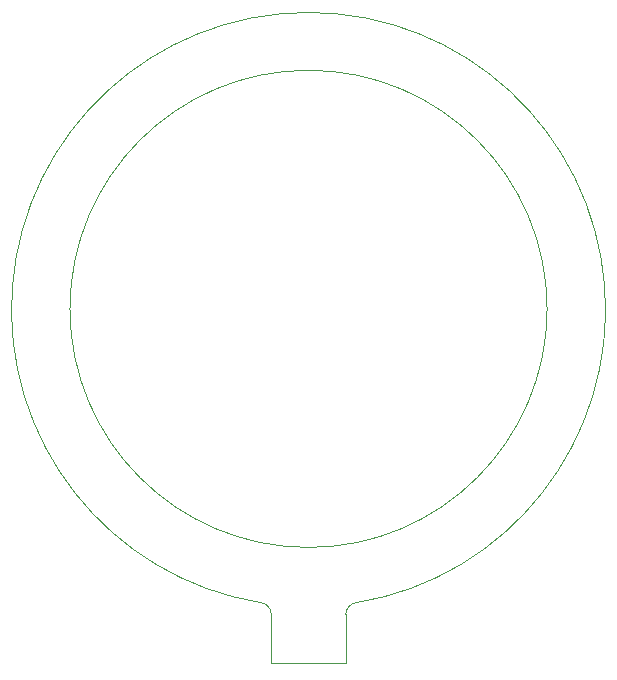
<source format=gbr>
%TF.GenerationSoftware,KiCad,Pcbnew,(6.0.1)*%
%TF.CreationDate,2023-09-24T17:27:32-04:00*%
%TF.ProjectId,PCB HEATER CUVETTE 12 WELL,50434220-4845-4415-9445-522043555645,rev?*%
%TF.SameCoordinates,Original*%
%TF.FileFunction,Profile,NP*%
%FSLAX46Y46*%
G04 Gerber Fmt 4.6, Leading zero omitted, Abs format (unit mm)*
G04 Created by KiCad (PCBNEW (6.0.1)) date 2023-09-24 17:27:32*
%MOMM*%
%LPD*%
G01*
G04 APERTURE LIST*
%TA.AperFunction,Profile*%
%ADD10C,0.100000*%
%TD*%
G04 APERTURE END LIST*
D10*
X153152864Y-130000000D02*
X146846126Y-130000270D01*
X170200000Y-100000000D02*
G75*
G03*
X170200000Y-100000000I-20200000J0D01*
G01*
X153152855Y-125869074D02*
X153152864Y-130000000D01*
X146846199Y-125868634D02*
X146846126Y-130000270D01*
X146846200Y-125868634D02*
G75*
G03*
X146000475Y-124880957I-1000193J-516D01*
G01*
X153998592Y-124881245D02*
G75*
G03*
X153152855Y-125869074I154410J-988156D01*
G01*
X153998571Y-124881110D02*
G75*
G03*
X146000475Y-124880956I-3998570J24828208D01*
G01*
M02*

</source>
